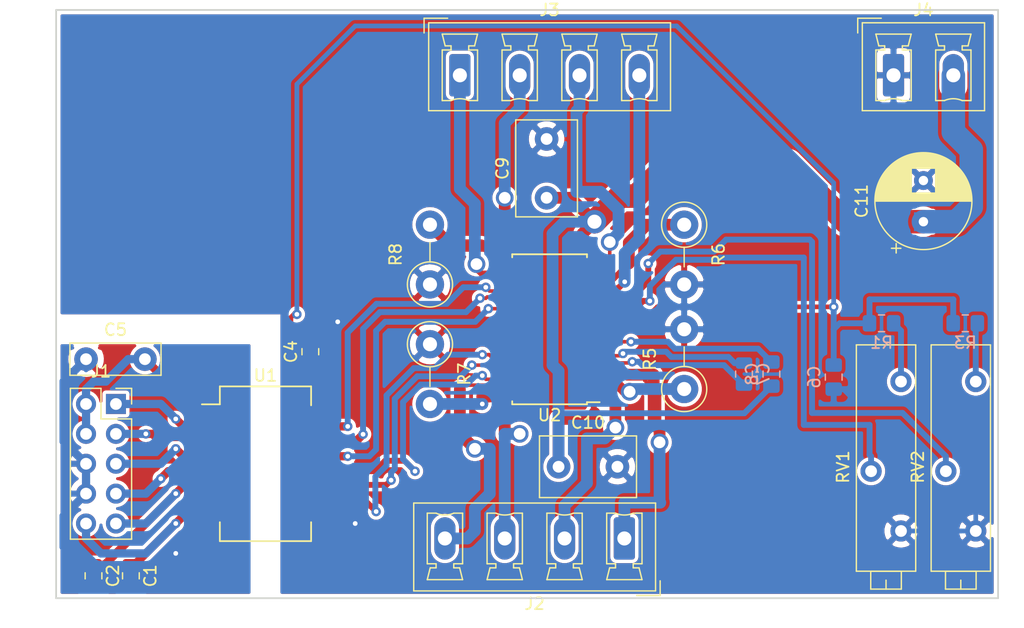
<source format=kicad_pcb>
(kicad_pcb (version 20171130) (host pcbnew 5.1.0-060a0da~80~ubuntu16.04.1)
  (layers (0 F.Cu signal) (31 B.Cu signal hide) (34 B.Paste user) (35 F.Paste user) (36 B.SilkS user) (37 F.SilkS user) (38 B.Mask user) (39 F.Mask user) (44 Edge.Cuts user))
  (net 0 "")
  (net 1 "Net-(R1-Pad2)")
  (net 2 "Net-(U2-Pad44)")
  (net 3 "Net-(U2-Pad41)")
  (net 4 "Net-(U2-Pad40)")
  (net 5 "Net-(U2-Pad32)")
  (net 6 "Net-(U2-Pad29)")
  (net 7 "Net-(U2-Pad28)")
  (net 8 "Net-(U2-Pad19)")
  (net 9 "Net-(U2-Pad6)")
  (net 10 /GND2)
  (net 11 /VDD2)
  (net 12 /Uebernahme)
  (net 13 /Data)
  (net 14 /Clock)
  (net 15 /Sleep)
  (net 16 /Reset)
  (net 17 /ChipSelect)
  (net 18 /MB1)
  (net 19 /MB2)
  (net 20 /MA2)
  (net 21 /MA1)
  (net 22 /MD2)
  (net 23 /MD1)
  (net 24 /MC2)
  (net 25 /MC1)
  (net 26 "Net-(C4-Pad1)")
  (net 27 GND)
  (net 28 "Net-(C7-Pad2)")
  (net 29 "Net-(C7-Pad1)")
  (net 30 "Net-(C8-Pad1)")
  (net 31 "Net-(R3-Pad2)")
  (net 32 "Net-(R5-Pad1)")
  (net 33 "Net-(R6-Pad1)")
  (net 34 "Net-(R7-Pad2)")
  (net 35 "Net-(R8-Pad2)")
  (net 36 /Sleep2)
  (net 37 /Reset2)
  (net 38 /ChipSelect2)
  (net 39 /Clock2)
  (net 40 /Data2)
  (net 41 /Uebernahme2)
  (net 42 /Power)
  (net 43 "Net-(RV1-Pad2)")
  (net 44 "Net-(RV2-Pad2)")
  (module Capacitor_SMD:C_0805_2012Metric (layer B.Cu) (at 113.42 75.95 90)
    (fp_text reference C7 (at 0 1.65 90) (layer B.SilkS) (effects (justify mirror)))
    (fp_text value 10nF)
    (pad 2 smd roundrect (at 0.9375 0 90) (size 0.975 1.4) (layers B.Cu B.Paste B.Mask) (net 28 "Net-(C7-Pad2)"))
    (pad 1 smd roundrect (at -0.9375 0 90) (size 0.975 1.4) (layers B.Cu B.Paste B.Mask) (net 29 "Net-(C7-Pad1)"))
  )
  (module Package_SO:TSSOP-48_6.1x12.5mm_P0.5mm (layer F.Cu) (at 96.91 72.14 180)
    (fp_text reference U2 (at 0 -7.3 180) (layer F.SilkS))
    (fp_text value DRV8823)
    (pad 48 smd rect (at 3.75 -5.75 180) (size 1 0.285) (layers F.Cu F.Paste F.Mask) (net 19 /MB2))
    (pad 47 smd rect (at 3.75 -5.25 180) (size 1 0.285) (layers F.Cu F.Paste F.Mask) (net 34 "Net-(R7-Pad2)"))
    (pad 46 smd rect (at 3.75 -4.75 180) (size 1 0.285) (layers F.Cu F.Paste F.Mask) (net 18 /MB1))
    (pad 45 smd rect (at 3.75 -4.25 180) (size 1 0.285) (layers F.Cu F.Paste F.Mask) (net 17 /ChipSelect))
    (pad 44 smd rect (at 3.75 -3.75 180) (size 1 0.285) (layers F.Cu F.Paste F.Mask) (net 2 "Net-(U2-Pad44)"))
    (pad 43 smd rect (at 3.75 -3.25 180) (size 1 0.285) (layers F.Cu F.Paste F.Mask) (net 16 /Reset))
    (pad 42 smd rect (at 3.75 -2.75 180) (size 1 0.285) (layers F.Cu F.Paste F.Mask) (net 15 /Sleep))
    (pad 41 smd rect (at 3.75 -2.25 180) (size 1 0.285) (layers F.Cu F.Paste F.Mask) (net 3 "Net-(U2-Pad41)"))
    (pad 40 smd rect (at 3.75 -1.75 180) (size 1 0.285) (layers F.Cu F.Paste F.Mask) (net 4 "Net-(U2-Pad40)"))
    (pad 39 smd rect (at 3.75 -1.25 180) (size 1 0.285) (layers F.Cu F.Paste F.Mask) (net 27 GND))
    (pad 38 smd rect (at 3.75 -0.75 180) (size 1 0.285) (layers F.Cu F.Paste F.Mask) (net 27 GND))
    (pad 37 smd rect (at 3.75 -0.25 180) (size 1 0.285) (layers F.Cu F.Paste F.Mask) (net 27 GND))
    (pad 36 smd rect (at 3.75 0.25 180) (size 1 0.285) (layers F.Cu F.Paste F.Mask) (net 27 GND))
    (pad 35 smd rect (at 3.75 0.75 180) (size 1 0.285) (layers F.Cu F.Paste F.Mask) (net 27 GND))
    (pad 34 smd rect (at 3.75 1.25 180) (size 1 0.285) (layers F.Cu F.Paste F.Mask) (net 27 GND))
    (pad 33 smd rect (at 3.75 1.75 180) (size 1 0.285) (layers F.Cu F.Paste F.Mask) (net 14 /Clock))
    (pad 32 smd rect (at 3.75 2.25 180) (size 1 0.285) (layers F.Cu F.Paste F.Mask) (net 5 "Net-(U2-Pad32)"))
    (pad 31 smd rect (at 3.75 2.75 180) (size 1 0.285) (layers F.Cu F.Paste F.Mask) (net 13 /Data))
    (pad 30 smd rect (at 3.75 3.25 180) (size 1 0.285) (layers F.Cu F.Paste F.Mask) (net 12 /Uebernahme))
    (pad 29 smd rect (at 3.75 3.75 180) (size 1 0.285) (layers F.Cu F.Paste F.Mask) (net 6 "Net-(U2-Pad29)"))
    (pad 28 smd rect (at 3.75 4.25 180) (size 1 0.285) (layers F.Cu F.Paste F.Mask) (net 7 "Net-(U2-Pad28)"))
    (pad 27 smd rect (at 3.75 4.75 180) (size 1 0.285) (layers F.Cu F.Paste F.Mask) (net 25 /MC1))
    (pad 26 smd rect (at 3.75 5.25 180) (size 1 0.285) (layers F.Cu F.Paste F.Mask) (net 35 "Net-(R8-Pad2)"))
    (pad 25 smd rect (at 3.75 5.75 180) (size 1 0.285) (layers F.Cu F.Paste F.Mask) (net 24 /MC2))
    (pad 24 smd rect (at -3.75 5.75 180) (size 1 0.285) (layers F.Cu F.Paste F.Mask) (net 42 /Power))
    (pad 23 smd rect (at -3.75 5.25 180) (size 1 0.285) (layers F.Cu F.Paste F.Mask) (net 42 /Power))
    (pad 22 smd rect (at -3.75 4.75 180) (size 1 0.285) (layers F.Cu F.Paste F.Mask) (net 23 /MD1))
    (pad 21 smd rect (at -3.75 4.25 180) (size 1 0.285) (layers F.Cu F.Paste F.Mask) (net 33 "Net-(R6-Pad1)"))
    (pad 20 smd rect (at -3.75 3.75 180) (size 1 0.285) (layers F.Cu F.Paste F.Mask) (net 22 /MD2))
    (pad 19 smd rect (at -3.75 3.25 180) (size 1 0.285) (layers F.Cu F.Paste F.Mask) (net 8 "Net-(U2-Pad19)"))
    (pad 18 smd rect (at -3.75 2.75 180) (size 1 0.285) (layers F.Cu F.Paste F.Mask) (net 44 "Net-(RV2-Pad2)"))
    (pad 17 smd rect (at -3.75 2.25 180) (size 1 0.285) (layers F.Cu F.Paste F.Mask) (net 43 "Net-(RV1-Pad2)"))
    (pad 16 smd rect (at -3.75 1.75 180) (size 1 0.285) (layers F.Cu F.Paste F.Mask) (net 26 "Net-(C4-Pad1)"))
    (pad 15 smd rect (at -3.75 1.25 180) (size 1 0.285) (layers F.Cu F.Paste F.Mask) (net 27 GND))
    (pad 14 smd rect (at -3.75 0.75 180) (size 1 0.285) (layers F.Cu F.Paste F.Mask) (net 27 GND))
    (pad 13 smd rect (at -3.75 0.25 180) (size 1 0.285) (layers F.Cu F.Paste F.Mask) (net 27 GND))
    (pad 12 smd rect (at -3.75 -0.25 180) (size 1 0.285) (layers F.Cu F.Paste F.Mask) (net 27 GND))
    (pad 11 smd rect (at -3.75 -0.75 180) (size 1 0.285) (layers F.Cu F.Paste F.Mask) (net 27 GND))
    (pad 10 smd rect (at -3.75 -1.25 180) (size 1 0.285) (layers F.Cu F.Paste F.Mask) (net 27 GND))
    (pad 9 smd rect (at -3.75 -1.75 180) (size 1 0.285) (layers F.Cu F.Paste F.Mask) (net 30 "Net-(C8-Pad1)"))
    (pad 8 smd rect (at -3.75 -2.25 180) (size 1 0.285) (layers F.Cu F.Paste F.Mask) (net 28 "Net-(C7-Pad2)"))
    (pad 7 smd rect (at -3.75 -2.75 180) (size 1 0.285) (layers F.Cu F.Paste F.Mask) (net 29 "Net-(C7-Pad1)"))
    (pad 6 smd rect (at -3.75 -3.25 180) (size 1 0.285) (layers F.Cu F.Paste F.Mask) (net 9 "Net-(U2-Pad6)"))
    (pad 5 smd rect (at -3.75 -3.75 180) (size 1 0.285) (layers F.Cu F.Paste F.Mask) (net 21 /MA1))
    (pad 4 smd rect (at -3.75 -4.25 180) (size 1 0.285) (layers F.Cu F.Paste F.Mask) (net 32 "Net-(R5-Pad1)"))
    (pad 3 smd rect (at -3.75 -4.75 180) (size 1 0.285) (layers F.Cu F.Paste F.Mask) (net 20 /MA2))
    (pad 2 smd rect (at -3.75 -5.25 180) (size 1 0.285) (layers F.Cu F.Paste F.Mask) (net 42 /Power))
    (pad 1 smd rect (at -3.75 -5.75 180) (size 1 0.285) (layers F.Cu F.Paste F.Mask) (net 42 /Power))
  )
  (module Package_SO:SOIC-16W_7.5x12.8mm_P1.27mm (layer F.Cu) (at 72.78 83.57)
    (fp_text reference U1 (at 0 -7.5) (layer F.SilkS))
    (fp_text value ADuM260N)
    (pad 16 smd rect (at 4.65 -4.445) (size 1.5 0.6) (layers F.Cu F.Paste F.Mask) (net 26 "Net-(C4-Pad1)"))
    (pad 15 smd rect (at 4.65 -3.175) (size 1.5 0.6) (layers F.Cu F.Paste F.Mask) (net 12 /Uebernahme))
    (pad 14 smd rect (at 4.65 -1.905) (size 1.5 0.6) (layers F.Cu F.Paste F.Mask) (net 13 /Data))
    (pad 13 smd rect (at 4.65 -0.635) (size 1.5 0.6) (layers F.Cu F.Paste F.Mask) (net 14 /Clock))
    (pad 12 smd rect (at 4.65 0.635) (size 1.5 0.6) (layers F.Cu F.Paste F.Mask) (net 17 /ChipSelect))
    (pad 11 smd rect (at 4.65 1.905) (size 1.5 0.6) (layers F.Cu F.Paste F.Mask) (net 16 /Reset))
    (pad 10 smd rect (at 4.65 3.175) (size 1.5 0.6) (layers F.Cu F.Paste F.Mask) (net 15 /Sleep))
    (pad 9 smd rect (at 4.65 4.445) (size 1.5 0.6) (layers F.Cu F.Paste F.Mask) (net 27 GND))
    (pad 8 smd rect (at -4.65 4.445) (size 1.5 0.6) (layers F.Cu F.Paste F.Mask) (net 10 /GND2))
    (pad 7 smd rect (at -4.65 3.175) (size 1.5 0.6) (layers F.Cu F.Paste F.Mask) (net 36 /Sleep2))
    (pad 6 smd rect (at -4.65 1.905) (size 1.5 0.6) (layers F.Cu F.Paste F.Mask) (net 37 /Reset2))
    (pad 5 smd rect (at -4.65 0.635) (size 1.5 0.6) (layers F.Cu F.Paste F.Mask) (net 38 /ChipSelect2))
    (pad 4 smd rect (at -4.65 -0.635) (size 1.5 0.6) (layers F.Cu F.Paste F.Mask) (net 39 /Clock2))
    (pad 3 smd rect (at -4.65 -1.905) (size 1.5 0.6) (layers F.Cu F.Paste F.Mask) (net 40 /Data2))
    (pad 2 smd rect (at -4.65 -3.175) (size 1.5 0.6) (layers F.Cu F.Paste F.Mask) (net 41 /Uebernahme2))
    (pad 1 smd rect (at -4.65 -4.445) (size 1.5 0.6) (layers F.Cu F.Paste F.Mask) (net 11 /VDD2))
  )
  (module Potentiometer_THT:Potentiometer_Vishay_43_Horizontal (layer F.Cu) (at 133.105 76.585 90)
    (fp_text reference RV2 (at -7.26 -4.92 90) (layer F.SilkS))
    (fp_text value R_POT_TRIM)
    (pad 3 thru_hole circle (at -12.7 0 90) (size 1.8 1.8) (drill 1) (layers *.Cu *.Mask) (net 27 GND))
    (pad 2 thru_hole circle (at -7.62 -2.54 90) (size 1.8 1.8) (drill 1) (layers *.Cu *.Mask) (net 44 "Net-(RV2-Pad2)"))
    (pad 1 thru_hole circle (at 0 0 90) (size 1.8 1.8) (drill 1) (layers *.Cu *.Mask) (net 31 "Net-(R3-Pad2)"))
  )
  (module Potentiometer_THT:Potentiometer_Vishay_43_Horizontal (layer F.Cu) (at 126.755 76.585 90)
    (fp_text reference RV1 (at -7.26 -4.92 90) (layer F.SilkS))
    (fp_text value R_POT_TRIM)
    (pad 3 thru_hole circle (at -12.7 0 90) (size 1.8 1.8) (drill 1) (layers *.Cu *.Mask) (net 27 GND))
    (pad 2 thru_hole circle (at -7.62 -2.54 90) (size 1.8 1.8) (drill 1) (layers *.Cu *.Mask) (net 43 "Net-(RV1-Pad2)"))
    (pad 1 thru_hole circle (at 0 0 90) (size 1.8 1.8) (drill 1) (layers *.Cu *.Mask) (net 1 "Net-(R1-Pad2)"))
  )
  (module Resistor_THT:R_Axial_DIN0411_L9.9mm_D3.6mm_P5.08mm_Vertical (layer F.Cu) (at 86.75 68.33 90)
    (fp_text reference R8 (at 2.54 -2.92 90) (layer F.SilkS))
    (fp_text value 0R5)
    (pad 2 thru_hole oval (at 5.08 0 90) (size 2.4 2.4) (drill 1.2) (layers *.Cu *.Mask) (net 35 "Net-(R8-Pad2)"))
    (pad 1 thru_hole circle (at 0 0 90) (size 2.4 2.4) (drill 1.2) (layers *.Cu *.Mask) (net 27 GND))
  )
  (module Resistor_THT:R_Axial_DIN0411_L9.9mm_D3.6mm_P5.08mm_Vertical (layer F.Cu) (at 86.75 73.41 270)
    (fp_text reference R7 (at 2.54 -2.92 270) (layer F.SilkS))
    (fp_text value 0R5)
    (pad 2 thru_hole oval (at 5.08 0 270) (size 2.4 2.4) (drill 1.2) (layers *.Cu *.Mask) (net 34 "Net-(R7-Pad2)"))
    (pad 1 thru_hole circle (at 0 0 270) (size 2.4 2.4) (drill 1.2) (layers *.Cu *.Mask) (net 27 GND))
  )
  (module Resistor_THT:R_Axial_DIN0411_L9.9mm_D3.6mm_P5.08mm_Vertical (layer F.Cu) (at 108.34 63.25 270)
    (fp_text reference R6 (at 2.54 -2.92 270) (layer F.SilkS))
    (fp_text value 0R5)
    (pad 2 thru_hole oval (at 5.08 0 270) (size 2.4 2.4) (drill 1.2) (layers *.Cu *.Mask) (net 27 GND))
    (pad 1 thru_hole circle (at 0 0 270) (size 2.4 2.4) (drill 1.2) (layers *.Cu *.Mask) (net 33 "Net-(R6-Pad1)"))
  )
  (module Resistor_THT:R_Axial_DIN0411_L9.9mm_D3.6mm_P5.08mm_Vertical (layer F.Cu) (at 108.34 77.22 90)
    (fp_text reference R5 (at 2.54 -2.92 90) (layer F.SilkS))
    (fp_text value 0R5)
    (pad 2 thru_hole oval (at 5.08 0 90) (size 2.4 2.4) (drill 1.2) (layers *.Cu *.Mask) (net 27 GND))
    (pad 1 thru_hole circle (at 0 0 90) (size 2.4 2.4) (drill 1.2) (layers *.Cu *.Mask) (net 32 "Net-(R5-Pad1)"))
  )
  (module Resistor_SMD:R_0805_2012Metric_Pad1.15x1.40mm_HandSolder (layer B.Cu) (at 132.216 71.632)
    (fp_text reference R3 (at 0 1.65) (layer B.SilkS) (effects (justify mirror)))
    (fp_text value R)
    (pad 2 smd roundrect (at 1.025 0) (size 1.15 1.4) (layers B.Cu B.Paste B.Mask) (roundrect_rratio 0.217391) (net 31 "Net-(R3-Pad2)"))
    (pad 1 smd roundrect (at -1.025 0) (size 1.15 1.4) (layers B.Cu B.Paste B.Mask) (roundrect_rratio 0.217391) (net 26 "Net-(C4-Pad1)"))
  )
  (module Resistor_SMD:R_0805_2012Metric_Pad1.15x1.40mm_HandSolder (layer B.Cu) (at 125.104 71.632)
    (fp_text reference R1 (at 0 1.65) (layer B.SilkS) (effects (justify mirror)))
    (fp_text value R)
    (pad 2 smd roundrect (at 1.025 0) (size 1.15 1.4) (layers B.Cu B.Paste B.Mask) (roundrect_rratio 0.217391) (net 1 "Net-(R1-Pad2)"))
    (pad 1 smd roundrect (at -1.025 0) (size 1.15 1.4) (layers B.Cu B.Paste B.Mask) (roundrect_rratio 0.217391) (net 26 "Net-(C4-Pad1)"))
  )
  (module Connector_Phoenix_MC_HighVoltage:PhoenixContact_MCV_1,5_2-G-5.08_1x02_P5.08mm_Vertical (layer F.Cu) (at 126.12 50.55)
    (fp_text reference J4 (at 2.54 -5.55) (layer F.SilkS))
    (fp_text value Screw_Terminal_01x02)
    (pad 2 thru_hole oval (at 5.08 0) (size 1.8 3.6) (drill 1.2) (layers *.Cu *.Mask) (net 42 /Power))
    (pad 1 thru_hole roundrect (at 0 0) (size 1.8 3.6) (drill 1.2) (layers *.Cu *.Mask) (roundrect_rratio 0.138889) (net 27 GND))
  )
  (module Connector_Phoenix_MC_HighVoltage:PhoenixContact_MCV_1,5_4-G-5.08_1x04_P5.08mm_Vertical (layer F.Cu) (at 89.29 50.55)
    (fp_text reference J3 (at 7.62 -5.55) (layer F.SilkS))
    (fp_text value Screw_Terminal_01x04)
    (pad 4 thru_hole oval (at 15.24 0) (size 1.8 3.6) (drill 1.2) (layers *.Cu *.Mask) (net 22 /MD2))
    (pad 3 thru_hole oval (at 10.16 0) (size 1.8 3.6) (drill 1.2) (layers *.Cu *.Mask) (net 23 /MD1))
    (pad 2 thru_hole oval (at 5.08 0) (size 1.8 3.6) (drill 1.2) (layers *.Cu *.Mask) (net 24 /MC2))
    (pad 1 thru_hole roundrect (at 0 0) (size 1.8 3.6) (drill 1.2) (layers *.Cu *.Mask) (roundrect_rratio 0.138889) (net 25 /MC1))
  )
  (module Connector_Phoenix_MC_HighVoltage:PhoenixContact_MCV_1,5_4-G-5.08_1x04_P5.08mm_Vertical (layer F.Cu) (at 103.26 89.92 180)
    (fp_text reference J2 (at 7.62 -5.55 180) (layer F.SilkS))
    (fp_text value Screw_Terminal_01x04)
    (pad 4 thru_hole oval (at 15.24 0 180) (size 1.8 3.6) (drill 1.2) (layers *.Cu *.Mask) (net 18 /MB1))
    (pad 3 thru_hole oval (at 10.16 0 180) (size 1.8 3.6) (drill 1.2) (layers *.Cu *.Mask) (net 19 /MB2))
    (pad 2 thru_hole oval (at 5.08 0 180) (size 1.8 3.6) (drill 1.2) (layers *.Cu *.Mask) (net 20 /MA2))
    (pad 1 thru_hole roundrect (at 0 0 180) (size 1.8 3.6) (drill 1.2) (layers *.Cu *.Mask) (roundrect_rratio 0.138889) (net 21 /MA1))
  )
  (module Connector_PinSocket_2.54mm:PinSocket_2x05_P2.54mm_Vertical (layer F.Cu) (at 60.08 78.49)
    (fp_text reference J1 (at -1.27 -2.77) (layer F.SilkS))
    (fp_text value Conn_02x05_Odd_Even)
    (pad 10 thru_hole oval (at -2.54 10.16) (size 1.7 1.7) (drill 1) (layers *.Cu *.Mask) (net 36 /Sleep2))
    (pad 9 thru_hole oval (at 0 10.16) (size 1.7 1.7) (drill 1) (layers *.Cu *.Mask) (net 37 /Reset2))
    (pad 8 thru_hole oval (at -2.54 7.62) (size 1.7 1.7) (drill 1) (layers *.Cu *.Mask) (net 10 /GND2))
    (pad 7 thru_hole oval (at 0 7.62) (size 1.7 1.7) (drill 1) (layers *.Cu *.Mask) (net 38 /ChipSelect2))
    (pad 6 thru_hole oval (at -2.54 5.08) (size 1.7 1.7) (drill 1) (layers *.Cu *.Mask) (net 10 /GND2))
    (pad 5 thru_hole oval (at 0 5.08) (size 1.7 1.7) (drill 1) (layers *.Cu *.Mask) (net 39 /Clock2))
    (pad 4 thru_hole oval (at -2.54 2.54) (size 1.7 1.7) (drill 1) (layers *.Cu *.Mask) (net 11 /VDD2))
    (pad 3 thru_hole oval (at 0 2.54) (size 1.7 1.7) (drill 1) (layers *.Cu *.Mask) (net 40 /Data2))
    (pad 2 thru_hole oval (at -2.54 0) (size 1.7 1.7) (drill 1) (layers *.Cu *.Mask) (net 11 /VDD2))
    (pad 1 thru_hole rect (at 0 0) (size 1.7 1.7) (drill 1) (layers *.Cu *.Mask) (net 41 /Uebernahme2))
  )
  (module Capacitor_THT:CP_Radial_D8.0mm_P3.50mm (layer F.Cu) (at 128.66 62.996 90)
    (fp_text reference C11 (at 1.75 -5.25 90) (layer F.SilkS))
    (fp_text value 100uF)
    (pad 2 thru_hole circle (at 3.5 0 90) (size 1.6 1.6) (drill 0.8) (layers *.Cu *.Mask) (net 27 GND))
    (pad 1 thru_hole rect (at 0 0 90) (size 1.6 1.6) (drill 0.8) (layers *.Cu *.Mask) (net 42 /Power))
  )
  (module Capacitor_THT:C_Disc_D8.0mm_W5.0mm_P5.00mm (layer F.Cu) (at 97.672 83.824)
    (fp_text reference C10 (at 2.5 -3.75) (layer F.SilkS))
    (fp_text value 100nF)
    (pad 2 thru_hole circle (at 5 0) (size 2 2) (drill 1) (layers *.Cu *.Mask) (net 27 GND))
    (pad 1 thru_hole circle (at 0 0) (size 2 2) (drill 1) (layers *.Cu *.Mask) (net 42 /Power))
  )
  (module Capacitor_THT:C_Disc_D8.0mm_W5.0mm_P5.00mm (layer F.Cu) (at 96.656 60.964 90)
    (fp_text reference C9 (at 2.5 -3.75 90) (layer F.SilkS))
    (fp_text value 100nF)
    (pad 2 thru_hole circle (at 5 0 90) (size 2 2) (drill 1) (layers *.Cu *.Mask) (net 27 GND))
    (pad 1 thru_hole circle (at 0 0 90) (size 2 2) (drill 1) (layers *.Cu *.Mask) (net 42 /Power))
  )
  (module Capacitor_SMD:C_0805_2012Metric_Pad1.15x1.40mm_HandSolder (layer B.Cu) (at 115.75 75.95 270)
    (fp_text reference C8 (at 0 1.65 270) (layer B.SilkS) (effects (justify mirror)))
    (fp_text value 100nf)
    (pad 2 smd roundrect (at 1.025 0 270) (size 1.15 1.4) (layers B.Cu B.Paste B.Mask) (roundrect_rratio 0.217391) (net 42 /Power))
    (pad 1 smd roundrect (at -1.025 0 270) (size 1.15 1.4) (layers B.Cu B.Paste B.Mask) (roundrect_rratio 0.217391) (net 30 "Net-(C8-Pad1)"))
  )
  (module Capacitor_SMD:C_0805_2012Metric_Pad1.15x1.40mm_HandSolder (layer B.Cu) (at 121.04 76.204 270)
    (fp_text reference C6 (at 0 1.65 270) (layer B.SilkS) (effects (justify mirror)))
    (fp_text value 100nF)
    (pad 2 smd roundrect (at 1.025 0 270) (size 1.15 1.4) (layers B.Cu B.Paste B.Mask) (roundrect_rratio 0.217391) (net 27 GND))
    (pad 1 smd roundrect (at -1.025 0 270) (size 1.15 1.4) (layers B.Cu B.Paste B.Mask) (roundrect_rratio 0.217391) (net 26 "Net-(C4-Pad1)"))
  )
  (module Capacitor_THT:C_Disc_D7.5mm_W2.5mm_P5.00mm (layer F.Cu) (at 57.54 74.68)
    (fp_text reference C5 (at 2.5 -2.5) (layer F.SilkS))
    (fp_text value 100nF)
    (pad 2 thru_hole circle (at 5 0) (size 2 2) (drill 1) (layers *.Cu *.Mask) (net 11 /VDD2))
    (pad 1 thru_hole circle (at 0 0) (size 2 2) (drill 1) (layers *.Cu *.Mask) (net 10 /GND2))
  )
  (module Capacitor_SMD:C_0805_2012Metric_Pad1.15x1.40mm_HandSolder (layer F.Cu) (at 76.59 74.045 90)
    (fp_text reference C4 (at 0 -1.65 90) (layer F.SilkS))
    (fp_text value 100nF)
    (pad 2 smd roundrect (at 1.025 0 90) (size 1.15 1.4) (layers F.Cu F.Paste F.Mask) (roundrect_rratio 0.217391) (net 27 GND))
    (pad 1 smd roundrect (at -1.025 0 90) (size 1.15 1.4) (layers F.Cu F.Paste F.Mask) (roundrect_rratio 0.217391) (net 26 "Net-(C4-Pad1)"))
  )
  (module Capacitor_SMD:C_0805_2012Metric (layer F.Cu) (at 58.175 93.095 270)
    (fp_text reference C2 (at 0 -1.65 270) (layer F.SilkS))
    (fp_text value 1nF)
    (pad 2 smd roundrect (at 0.9375 0 270) (size 0.975 1.4) (layers F.Cu F.Paste F.Mask) (net 10 /GND2))
    (pad 1 smd roundrect (at -0.9375 0 270) (size 0.975 1.4) (layers F.Cu F.Paste F.Mask) (net 37 /Reset2))
  )
  (module Capacitor_SMD:C_0805_2012Metric (layer F.Cu) (at 61.35 93.095 270)
    (fp_text reference C1 (at 0 -1.65 270) (layer F.SilkS))
    (fp_text value 1nF)
    (pad 2 smd roundrect (at 0.9375 0 270) (size 0.975 1.4) (layers F.Cu F.Paste F.Mask) (net 10 /GND2))
    (pad 1 smd roundrect (at -0.9375 0 270) (size 0.975 1.4) (layers F.Cu F.Paste F.Mask) (net 36 /Sleep2))
  )
  (gr_line (start 55 95) (end 55 45) (layer Edge.Cuts) (width 0.15))
  (gr_line (start 135 95) (end 55 95) (layer Edge.Cuts) (width 0.15))
  (gr_line (start 135 45) (end 135 95) (layer Edge.Cuts) (width 0.15))
  (gr_line (start 55 45) (end 135 45) (layer Edge.Cuts) (width 0.15))
  (segment (start 126.755 72.258) (end 126.129 71.632) (width 0.5) (layer B.Cu) (net 1))
  (segment (start 126.755 76.585) (end 126.755 72.258) (width 0.5) (layer B.Cu) (net 1))
  (segment (start 65.16 91.19) (end 65.16 91.19) (width 0.5) (layer B.Cu) (net 10))
  (via (at 65.16 91.19) (size 0.8) (drill 0.4) (layers F.Cu B.Cu) (net 10))
  (segment (start 57.5908 75.5436) (end 57.5908 75.5436) (width 0.4) (layer F.Cu) (net 10))
  (segment (start 57.54 75.5944) (end 57.5908 75.5436) (width 0.4) (layer B.Cu) (net 10))
  (segment (start 65.16 91.19) (end 63.89 92.46) (width 0.7) (layer B.Cu) (net 10))
  (segment (start 63.89 92.46) (end 57.479998 92.46) (width 0.7) (layer B.Cu) (net 10))
  (segment (start 57.54 86.11) (end 57.54 83.57) (width 0.7) (layer B.Cu) (net 10))
  (segment (start 55.635 76.585) (end 57.54 74.68) (width 0.7) (layer B.Cu) (net 10))
  (segment (start 55.635 81.665) (end 55.635 76.585) (width 0.7) (layer B.Cu) (net 10))
  (segment (start 57.54 83.57) (end 55.635 81.665) (width 0.7) (layer B.Cu) (net 10))
  (segment (start 57.54 86.11) (end 55.635 88.015) (width 0.7) (layer B.Cu) (net 10))
  (segment (start 55.635 90.615002) (end 57.479998 92.46) (width 0.7) (layer B.Cu) (net 10))
  (segment (start 55.635 88.015) (end 55.635 90.615002) (width 0.7) (layer B.Cu) (net 10))
  (segment (start 62.3175 94.0325) (end 65.16 91.19) (width 0.7) (layer F.Cu) (net 10))
  (segment (start 58.175 94.0325) (end 62.3175 94.0325) (width 0.7) (layer F.Cu) (net 10))
  (segment (start 68.13 88.22) (end 65.16 91.19) (width 0.7) (layer F.Cu) (net 10))
  (segment (start 68.13 88.015) (end 68.13 88.22) (width 0.7) (layer F.Cu) (net 10))
  (segment (start 68.13 79.125) (end 66.98 79.125) (width 0.4) (layer F.Cu) (net 11))
  (segment (start 63.539999 75.679999) (end 62.54 74.68) (width 0.7) (layer F.Cu) (net 11))
  (segment (start 66.985 79.125) (end 63.539999 75.679999) (width 0.7) (layer F.Cu) (net 11))
  (segment (start 68.13 79.125) (end 66.985 79.125) (width 0.7) (layer F.Cu) (net 11))
  (segment (start 61.125787 74.68) (end 59.220787 76.585) (width 0.7) (layer B.Cu) (net 11))
  (segment (start 62.54 74.68) (end 61.125787 74.68) (width 0.7) (layer B.Cu) (net 11))
  (segment (start 59.220787 76.585) (end 58.175 76.585) (width 0.7) (layer B.Cu) (net 11))
  (segment (start 57.54 77.22) (end 57.54 78.49) (width 0.7) (layer B.Cu) (net 11))
  (segment (start 58.175 76.585) (end 57.54 77.22) (width 0.7) (layer B.Cu) (net 11))
  (segment (start 57.54 78.49) (end 57.54 81.03) (width 0.7) (layer B.Cu) (net 11))
  (segment (start 93.16 68.89) (end 92.19 68.89) (width 0.3) (layer F.Cu) (net 12))
  (segment (start 91.5 68.5) (end 91.5 68.5) (width 0.3) (layer F.Cu) (net 12))
  (segment (start 79.765 80.395) (end 79.765 80.395) (width 0.3) (layer F.Cu) (net 12))
  (via (at 79.765 80.395) (size 0.8) (drill 0.4) (layers F.Cu B.Cu) (net 12))
  (segment (start 77.43 80.395) (end 79.765 80.395) (width 0.7) (layer F.Cu) (net 12))
  (segment (start 79.765 72.420035) (end 82.205034 69.980001) (width 0.5) (layer B.Cu) (net 12))
  (segment (start 89.58305 68.57201) (end 90.926767 68.57201) (width 0.5) (layer B.Cu) (net 12))
  (segment (start 88.175059 69.980001) (end 89.58305 68.57201) (width 0.5) (layer B.Cu) (net 12))
  (segment (start 90.926767 68.57201) (end 91.492452 68.57201) (width 0.5) (layer B.Cu) (net 12))
  (segment (start 91.810442 68.89) (end 91.492452 68.57201) (width 0.3) (layer F.Cu) (net 12))
  (segment (start 82.205034 69.980001) (end 88.175059 69.980001) (width 0.5) (layer B.Cu) (net 12))
  (segment (start 93.16 68.89) (end 91.810442 68.89) (width 0.3) (layer F.Cu) (net 12))
  (segment (start 79.765 80.395) (end 79.765 72.420035) (width 0.5) (layer B.Cu) (net 12))
  (via (at 91.492452 68.57201) (size 0.8) (drill 0.4) (layers F.Cu B.Cu) (net 12))
  (segment (start 93.16 69.39) (end 91.61 69.39) (width 0.3) (layer F.Cu) (net 13))
  (segment (start 91.61 69.39) (end 91.5 69.5) (width 0.3) (layer F.Cu) (net 13))
  (segment (start 91.5 69.5) (end 91.25 69.5) (width 0.3) (layer F.Cu) (net 13))
  (segment (start 91.25 69.5) (end 91 69.5) (width 0.3) (layer F.Cu) (net 13))
  (segment (start 91 69.5) (end 91 69.5) (width 0.3) (layer F.Cu) (net 13))
  (via (at 91 69.5) (size 0.8) (drill 0.4) (layers F.Cu B.Cu) (net 13))
  (via (at 81.068952 81.063952) (size 0.8) (drill 0.4) (layers F.Cu B.Cu) (net 13))
  (segment (start 80.668953 81.463951) (end 81.068952 81.063952) (width 0.7) (layer F.Cu) (net 13))
  (segment (start 91 69.5) (end 89.819988 70.680012) (width 0.5) (layer B.Cu) (net 13))
  (segment (start 80.467904 81.665) (end 80.668953 81.463951) (width 0.7) (layer F.Cu) (net 13))
  (segment (start 81.068952 80.498267) (end 81.068952 81.063952) (width 0.5) (layer B.Cu) (net 13))
  (segment (start 81.068952 72.106048) (end 81.068952 80.498267) (width 0.5) (layer B.Cu) (net 13))
  (segment (start 82.494988 70.680012) (end 81.068952 72.106048) (width 0.5) (layer B.Cu) (net 13))
  (segment (start 77.43 81.665) (end 80.467904 81.665) (width 0.7) (layer F.Cu) (net 13))
  (segment (start 89.819988 70.680012) (end 82.494988 70.680012) (width 0.5) (layer B.Cu) (net 13))
  (segment (start 93.16 70.39) (end 92.01 70.39) (width 0.3) (layer F.Cu) (net 14))
  (segment (start 92.01 70.39) (end 91.71 70.39) (width 0.3) (layer F.Cu) (net 14))
  (segment (start 91.71 70.39) (end 91.71 70.39) (width 0.3) (layer F.Cu) (net 14))
  (segment (start 91.71 70.39) (end 91.71 70.39) (width 0.3) (layer F.Cu) (net 14))
  (via (at 91.71 70.39) (size 0.8) (drill 0.4) (layers F.Cu B.Cu) (net 14))
  (segment (start 79.765 82.935) (end 79.765 82.935) (width 0.3) (layer F.Cu) (net 14))
  (via (at 79.765 82.935) (size 0.8) (drill 0.4) (layers F.Cu B.Cu) (net 14))
  (segment (start 77.43 82.935) (end 79.765 82.935) (width 0.7) (layer F.Cu) (net 14))
  (segment (start 90.595 71.505) (end 91.310001 70.789999) (width 0.5) (layer B.Cu) (net 14))
  (segment (start 82.174978 72.270022) (end 82.94 71.505) (width 0.5) (layer B.Cu) (net 14))
  (segment (start 91.310001 70.789999) (end 91.71 70.39) (width 0.5) (layer B.Cu) (net 14))
  (segment (start 82.94 71.505) (end 90.595 71.505) (width 0.5) (layer B.Cu) (net 14))
  (segment (start 82.174978 82.355094) (end 82.174978 72.270022) (width 0.5) (layer B.Cu) (net 14))
  (segment (start 79.765 82.935) (end 81.595071 82.935) (width 0.5) (layer B.Cu) (net 14))
  (segment (start 81.595071 82.935) (end 82.174978 82.355094) (width 0.5) (layer B.Cu) (net 14))
  (segment (start 81.035 86.745) (end 80.4 86.745) (width 0.3) (layer F.Cu) (net 15))
  (segment (start 81.035 86.745) (end 81.035 86.745) (width 0.3) (layer F.Cu) (net 15))
  (segment (start 77.43 86.745) (end 81.035 86.745) (width 0.7) (layer F.Cu) (net 15))
  (via (at 91.195 74.299) (size 0.8) (drill 0.4) (layers F.Cu B.Cu) (net 15))
  (segment (start 85.37909 75.438978) (end 83.063978 77.75409) (width 0.5) (layer B.Cu) (net 15))
  (segment (start 83.063978 83.723036) (end 82.112989 84.674024) (width 0.5) (layer B.Cu) (net 15))
  (segment (start 82.11299 87.56899) (end 82.178 87.634) (width 0.5) (layer B.Cu) (net 15))
  (segment (start 82.112989 84.674024) (end 82.11299 87.56899) (width 0.5) (layer B.Cu) (net 15))
  (segment (start 91.195 74.299) (end 88.303002 74.299) (width 0.5) (layer B.Cu) (net 15))
  (segment (start 87.163024 75.438978) (end 85.37909 75.438978) (width 0.5) (layer B.Cu) (net 15))
  (segment (start 83.063978 77.75409) (end 83.063978 83.723036) (width 0.5) (layer B.Cu) (net 15))
  (segment (start 88.303002 74.299) (end 87.163024 75.438978) (width 0.5) (layer B.Cu) (net 15))
  (via (at 82.178 87.634) (size 0.8) (drill 0.4) (layers F.Cu B.Cu) (net 15))
  (segment (start 81.289 86.745) (end 81.035 86.745) (width 0.5) (layer F.Cu) (net 15))
  (segment (start 82.178 87.634) (end 81.289 86.745) (width 0.5) (layer F.Cu) (net 15))
  (segment (start 91.760685 74.299) (end 91.195 74.299) (width 0.3) (layer F.Cu) (net 15))
  (segment (start 91.769 74.299) (end 91.760685 74.299) (width 0.3) (layer F.Cu) (net 15))
  (segment (start 92.36 74.89) (end 91.769 74.299) (width 0.3) (layer F.Cu) (net 15))
  (segment (start 93.16 74.89) (end 92.36 74.89) (width 0.3) (layer F.Cu) (net 15))
  (segment (start 79.765 85.475) (end 79.765 85.475) (width 0.3) (layer F.Cu) (net 16))
  (via (at 90.306 75.188) (size 0.8) (drill 0.4) (layers F.Cu B.Cu) (net 16))
  (segment (start 83.763989 78.044044) (end 85.669044 76.138989) (width 0.5) (layer B.Cu) (net 16))
  (segment (start 83.763989 84.012989) (end 83.763989 78.044044) (width 0.5) (layer B.Cu) (net 16))
  (segment (start 83.448 84.967) (end 83.448 84.967) (width 0.5) (layer B.Cu) (net 16))
  (segment (start 89.355011 76.138989) (end 90.306 75.188) (width 0.5) (layer B.Cu) (net 16))
  (segment (start 85.669044 76.138989) (end 89.355011 76.138989) (width 0.5) (layer B.Cu) (net 16))
  (via (at 83.448 84.967) (size 0.8) (drill 0.4) (layers F.Cu B.Cu) (net 16))
  (segment (start 83.448 84.328978) (end 83.448 84.967) (width 0.5) (layer B.Cu) (net 16))
  (segment (start 83.763989 84.012989) (end 83.448 84.328978) (width 0.5) (layer B.Cu) (net 16))
  (segment (start 79.619001 85.366999) (end 79.511 85.475) (width 0.5) (layer F.Cu) (net 16))
  (segment (start 83.048001 85.366999) (end 79.619001 85.366999) (width 0.5) (layer F.Cu) (net 16))
  (segment (start 83.448 84.967) (end 83.048001 85.366999) (width 0.5) (layer F.Cu) (net 16))
  (segment (start 79.511 85.475) (end 79.765 85.475) (width 0.7) (layer F.Cu) (net 16))
  (segment (start 77.43 85.475) (end 79.511 85.475) (width 0.7) (layer F.Cu) (net 16))
  (segment (start 91.778 75.39) (end 93.16 75.39) (width 0.3) (layer F.Cu) (net 16))
  (segment (start 91.576 75.188) (end 91.778 75.39) (width 0.3) (layer F.Cu) (net 16))
  (segment (start 90.306 75.188) (end 91.576 75.188) (width 0.3) (layer F.Cu) (net 16))
  (segment (start 81.035 84.205) (end 81.035 84.205) (width 0.3) (layer F.Cu) (net 17))
  (segment (start 77.43 84.205) (end 81.035 84.205) (width 0.7) (layer F.Cu) (net 17))
  (via (at 91.195 76.077) (size 0.8) (drill 0.4) (layers F.Cu B.Cu) (net 17))
  (segment (start 90.629315 76.077) (end 89.867315 76.839) (width 0.5) (layer B.Cu) (net 17))
  (segment (start 91.195 76.077) (end 90.629315 76.077) (width 0.5) (layer B.Cu) (net 17))
  (segment (start 85.958998 76.839) (end 84.464 78.333998) (width 0.5) (layer B.Cu) (net 17))
  (segment (start 89.867315 76.839) (end 85.958998 76.839) (width 0.5) (layer B.Cu) (net 17))
  (segment (start 84.464 78.333998) (end 84.464 83.189) (width 0.5) (layer B.Cu) (net 17))
  (segment (start 84.464 83.189) (end 85.48 84.205) (width 0.5) (layer B.Cu) (net 17))
  (segment (start 85.48 84.205) (end 85.48 84.205) (width 0.5) (layer B.Cu) (net 17))
  (via (at 85.48 84.205) (size 0.8) (drill 0.4) (layers F.Cu B.Cu) (net 17))
  (segment (start 81.035 84.205) (end 82.051 84.205) (width 0.5) (layer F.Cu) (net 17))
  (segment (start 82.051 84.205) (end 82.94 83.316) (width 0.5) (layer F.Cu) (net 17))
  (segment (start 84.591 83.316) (end 85.48 84.205) (width 0.5) (layer F.Cu) (net 17))
  (segment (start 82.94 83.316) (end 84.591 83.316) (width 0.5) (layer F.Cu) (net 17))
  (segment (start 91.508 76.39) (end 91.195 76.077) (width 0.3) (layer F.Cu) (net 17))
  (segment (start 93.16 76.39) (end 91.508 76.39) (width 0.3) (layer F.Cu) (net 17))
  (segment (start 89.92 89.92) (end 90.56 89.28) (width 1) (layer B.Cu) (net 18))
  (segment (start 88.02 89.92) (end 89.92 89.92) (width 1) (layer B.Cu) (net 18))
  (segment (start 90.56 89.28) (end 90.56 87.38) (width 1) (layer B.Cu) (net 18))
  (segment (start 90.56 87.38) (end 91.83 86.11) (width 1) (layer B.Cu) (net 18))
  (segment (start 91.83 86.11) (end 91.83 82.3) (width 1) (layer B.Cu) (net 18))
  (segment (start 91.83 82.3) (end 90.56 82.3) (width 1) (layer B.Cu) (net 18))
  (segment (start 90.56 82.3) (end 90.56 82.3) (width 1) (layer B.Cu) (net 18))
  (via (at 90.56 82.3) (size 1.5) (drill 1) (layers F.Cu B.Cu) (net 18))
  (segment (start 90.56 82.3) (end 89.29 81.03) (width 1) (layer F.Cu) (net 18))
  (segment (start 89.29 81.03) (end 89.29 77.22) (width 1) (layer F.Cu) (net 18))
  (segment (start 92.135 76.89) (end 93.16 76.89) (width 0.3) (layer F.Cu) (net 18))
  (segment (start 89.62 76.89) (end 89.29 77.22) (width 0.3) (layer F.Cu) (net 18))
  (segment (start 93.16 76.89) (end 89.62 76.89) (width 0.3) (layer F.Cu) (net 18))
  (segment (start 93.1 89.92) (end 93.1 81.03) (width 1) (layer B.Cu) (net 19))
  (segment (start 93.1 81.03) (end 94.37 81.03) (width 1) (layer B.Cu) (net 19))
  (segment (start 94.37 81.03) (end 94.37 81.03) (width 1) (layer B.Cu) (net 19))
  (via (at 94.37 81.03) (size 1.5) (drill 1) (layers F.Cu B.Cu) (net 19))
  (segment (start 93.1 78.232501) (end 93.16 78.232501) (width 1) (layer F.Cu) (net 19))
  (segment (start 93.1 81.03) (end 93.1 78.232501) (width 1) (layer F.Cu) (net 19))
  (segment (start 94.37 81.03) (end 93.1 81.03) (width 1) (layer F.Cu) (net 19))
  (segment (start 98.18 89.92) (end 98.18 87.12) (width 1) (layer B.Cu) (net 20))
  (segment (start 102.5 80.5) (end 102.5 80.5) (width 1) (layer B.Cu) (net 20))
  (via (at 102.5 80.5) (size 1.5) (drill 1) (layers F.Cu B.Cu) (net 20))
  (segment (start 101.46 76.89) (end 102.5 77.93) (width 0.3) (layer F.Cu) (net 20))
  (segment (start 100.66 76.89) (end 101.46 76.89) (width 0.3) (layer F.Cu) (net 20))
  (segment (start 102.5 80.5) (end 102.5 78.75) (width 1) (layer F.Cu) (net 20))
  (segment (start 102.5 77.93) (end 102.5 78.75) (width 0.3) (layer F.Cu) (net 20))
  (segment (start 102.5 78.75) (end 102.5 78.25) (width 0.7) (layer F.Cu) (net 20))
  (segment (start 102.5 78.25) (end 101.75 77.5) (width 0.7) (layer F.Cu) (net 20))
  (segment (start 100.082 85.218) (end 100.082 81.414) (width 1) (layer B.Cu) (net 20))
  (segment (start 98.18 87.12) (end 100.082 85.218) (width 1) (layer B.Cu) (net 20))
  (segment (start 101.586 81.414) (end 102.5 80.5) (width 1) (layer B.Cu) (net 20))
  (segment (start 100.082 81.414) (end 101.586 81.414) (width 1) (layer B.Cu) (net 20))
  (segment (start 106.25 81.75) (end 106.25 81.75) (width 1) (layer B.Cu) (net 21))
  (via (at 106.25 81.75) (size 1.5) (drill 1) (layers F.Cu B.Cu) (net 21))
  (segment (start 106.25 77.75) (end 106.25 81.75) (width 0.3) (layer F.Cu) (net 21))
  (segment (start 105 76.5) (end 106.25 77.75) (width 0.3) (layer F.Cu) (net 21))
  (segment (start 100.66 75.89) (end 101.46 75.89) (width 0.3) (layer F.Cu) (net 21))
  (segment (start 105 75.75) (end 105 76.5) (width 0.3) (layer F.Cu) (net 21))
  (segment (start 101.46 75.89) (end 101.6 75.75) (width 0.3) (layer F.Cu) (net 21))
  (segment (start 101.6 75.75) (end 105 75.75) (width 0.3) (layer F.Cu) (net 21))
  (segment (start 106.25 80.68934) (end 105.75 80.18934) (width 1) (layer F.Cu) (net 21))
  (segment (start 106.25 81.75) (end 106.25 80.68934) (width 1) (layer F.Cu) (net 21))
  (segment (start 105.75 80.18934) (end 105.75 76) (width 1) (layer F.Cu) (net 21))
  (segment (start 105.75 76) (end 103.5 76) (width 1) (layer F.Cu) (net 21))
  (segment (start 103.25 76) (end 102.95 75.7) (width 0.7) (layer F.Cu) (net 21))
  (segment (start 103.5 76) (end 103.25 76) (width 0.7) (layer F.Cu) (net 21))
  (segment (start 102.95 75.7) (end 102.94805 75.7) (width 0.7) (layer F.Cu) (net 21))
  (segment (start 102.95 75.7) (end 102.2 75.7) (width 0.5) (layer F.Cu) (net 21))
  (segment (start 103.26 89.92) (end 103.26 86.872) (width 1) (layer B.Cu) (net 21))
  (segment (start 103.26 86.872) (end 106.308 86.872) (width 1) (layer B.Cu) (net 21))
  (segment (start 106.25 86.814) (end 106.25 81.75) (width 1) (layer B.Cu) (net 21))
  (segment (start 106.308 86.872) (end 106.25 86.814) (width 1) (layer B.Cu) (net 21))
  (segment (start 103.26 68.076) (end 103.26 68.076) (width 1) (layer B.Cu) (net 22))
  (segment (start 103.26 68.076) (end 103.26 68.076) (width 1) (layer B.Cu) (net 22))
  (segment (start 103.26 68.076) (end 103.26 68.076) (width 1) (layer B.Cu) (net 22))
  (segment (start 101.46 68.39) (end 100.66 68.39) (width 0.3) (layer F.Cu) (net 22))
  (segment (start 101.654 68.584) (end 101.46 68.39) (width 0.3) (layer F.Cu) (net 22))
  (segment (start 102.752 68.584) (end 101.654 68.584) (width 0.3) (layer F.Cu) (net 22))
  (via (at 103.289548 68.105548) (size 0.8) (drill 0.4) (layers F.Cu B.Cu) (net 22))
  (segment (start 103.289548 65.686935) (end 103.289548 67.539863) (width 1) (layer B.Cu) (net 22))
  (segment (start 104.53 64.446483) (end 103.289548 65.686935) (width 1) (layer B.Cu) (net 22))
  (segment (start 104.53 50.55) (end 104.53 64.446483) (width 1) (layer B.Cu) (net 22))
  (segment (start 102.889549 68.505547) (end 103.289548 68.105548) (width 0.5) (layer F.Cu) (net 22))
  (segment (start 102.752 68.584) (end 102.811096 68.584) (width 0.5) (layer F.Cu) (net 22))
  (segment (start 102.811096 68.584) (end 102.889549 68.505547) (width 0.5) (layer F.Cu) (net 22))
  (segment (start 103.289548 67.539863) (end 103.289548 68.105548) (width 1) (layer B.Cu) (net 22))
  (segment (start 99.45 53.35) (end 99.196 53.604) (width 1) (layer B.Cu) (net 23))
  (segment (start 99.45 50.55) (end 99.45 53.35) (width 1) (layer B.Cu) (net 23))
  (segment (start 99.196 53.604) (end 99.196 60.456) (width 1) (layer B.Cu) (net 23))
  (segment (start 99.196 60.456) (end 99.196 59.948) (width 1) (layer B.Cu) (net 23))
  (segment (start 102.017683 64.727693) (end 102.017683 66.032317) (width 0.3) (layer F.Cu) (net 23))
  (segment (start 102.017683 66.032317) (end 101.570008 66.479992) (width 0.3) (layer F.Cu) (net 23))
  (segment (start 101.570008 66.479992) (end 101.570008 66.899585) (width 0.3) (layer F.Cu) (net 23))
  (via (at 102.017683 64.727693) (size 1.5) (drill 1) (layers F.Cu B.Cu) (net 23))
  (segment (start 99.196 60.456) (end 101.228 60.456) (width 1) (layer B.Cu) (net 23))
  (segment (start 102.767682 63.977694) (end 102.017683 64.727693) (width 1) (layer B.Cu) (net 23))
  (segment (start 102.767682 61.995682) (end 102.767682 63.977694) (width 1) (layer B.Cu) (net 23))
  (segment (start 101.228 60.456) (end 102.767682 61.995682) (width 1) (layer B.Cu) (net 23))
  (segment (start 101.087092 67.382501) (end 101.079603 67.38999) (width 0.3) (layer F.Cu) (net 23))
  (segment (start 101.440001 67.382501) (end 101.087092 67.382501) (width 0.3) (layer F.Cu) (net 23))
  (segment (start 101.570008 66.899585) (end 101.510001 66.959592) (width 0.3) (layer F.Cu) (net 23))
  (segment (start 101.510001 66.959592) (end 101.510001 67.312501) (width 0.3) (layer F.Cu) (net 23))
  (segment (start 101.510001 67.312501) (end 101.440001 67.382501) (width 0.3) (layer F.Cu) (net 23))
  (segment (start 94.37 53.35) (end 93.1 54.62) (width 1) (layer B.Cu) (net 24))
  (segment (start 94.37 50.55) (end 94.37 53.35) (width 1) (layer B.Cu) (net 24))
  (segment (start 93.1 54.62) (end 93.1 60.964) (width 1) (layer B.Cu) (net 24))
  (segment (start 93.1 60.964) (end 93.1 60.964) (width 1) (layer B.Cu) (net 24))
  (segment (start 93.1 60.964) (end 93.1 60.964) (width 1) (layer B.Cu) (net 24))
  (via (at 93.1 60.964) (size 1.5) (drill 1) (layers F.Cu B.Cu) (net 24))
  (segment (start 93.1 60.964) (end 93.1 65.1) (width 1) (layer F.Cu) (net 24))
  (segment (start 93.1 65.1) (end 93.1 66.28999) (width 0.5) (layer F.Cu) (net 24))
  (segment (start 89.29 50.55) (end 89.29 60.202) (width 1) (layer B.Cu) (net 25))
  (segment (start 89.29 60.202) (end 90.56 61.472) (width 1) (layer B.Cu) (net 25))
  (segment (start 90.56 61.472) (end 90.56 66.552) (width 1) (layer B.Cu) (net 25))
  (segment (start 90.56 66.552) (end 90.56 66.044) (width 1) (layer B.Cu) (net 25))
  (segment (start 90.56 66.552) (end 90.56 66.552) (width 1) (layer B.Cu) (net 25))
  (segment (start 90.56 66.552) (end 90.56 66.552) (width 1) (layer B.Cu) (net 25))
  (segment (start 92.56712 67.39) (end 92.557112 67.400008) (width 0.3) (layer F.Cu) (net 25))
  (segment (start 93.16 67.39) (end 92.56712 67.39) (width 0.3) (layer F.Cu) (net 25))
  (segment (start 90.7 66.6) (end 90.7 66.6) (width 0.3) (layer F.Cu) (net 25))
  (via (at 90.7 66.6) (size 1.5) (drill 1) (layers F.Cu B.Cu) (net 25))
  (segment (start 90.7 67) (end 91.100008 67.400008) (width 0.5) (layer F.Cu) (net 25))
  (segment (start 90.7 66.6) (end 90.7 67) (width 0.5) (layer F.Cu) (net 25))
  (segment (start 91.100008 67.400008) (end 91.799992 67.400008) (width 0.5) (layer F.Cu) (net 25))
  (segment (start 92.557112 67.400008) (end 91.799992 67.400008) (width 0.3) (layer F.Cu) (net 25))
  (segment (start 77.43 79.125) (end 77.43 76.79) (width 0.5) (layer F.Cu) (net 26))
  (segment (start 76.59 75.95) (end 76.59 75.07) (width 0.5) (layer F.Cu) (net 26))
  (segment (start 77.43 76.79) (end 76.59 75.95) (width 0.5) (layer F.Cu) (net 26))
  (segment (start 102.503468 70.70801) (end 103.35201 70.70801) (width 0.3) (layer F.Cu) (net 26))
  (segment (start 102.185458 70.39) (end 102.503468 70.70801) (width 0.3) (layer F.Cu) (net 26))
  (segment (start 100.66 70.39) (end 102.185458 70.39) (width 0.3) (layer F.Cu) (net 26))
  (segment (start 103.35201 70.70801) (end 103.768 71.124) (width 0.3) (layer F.Cu) (net 26))
  (via (at 80.4 88.65) (size 0.8) (drill 0.4) (layers F.Cu B.Cu) (net 27))
  (via (at 78.91499 71.505) (size 0.8) (drill 0.4) (layers F.Cu B.Cu) (net 27))
  (segment (start 77.39999 73.02) (end 78.91499 71.505) (width 0.5) (layer F.Cu) (net 27))
  (segment (start 76.59 73.02) (end 77.39999 73.02) (width 0.5) (layer F.Cu) (net 27))
  (segment (start 77.43 88.015) (end 77.43 88.445) (width 0.5) (layer F.Cu) (net 27))
  (segment (start 77.635 88.65) (end 80.4 88.65) (width 0.5) (layer F.Cu) (net 27))
  (segment (start 77.43 88.445) (end 77.635 88.65) (width 0.5) (layer F.Cu) (net 27))
  (segment (start 80.4 88.65) (end 77.225 88.65) (width 0.5) (layer B.Cu) (net 27))
  (segment (start 77.225 73.19499) (end 78.91499 71.505) (width 0.5) (layer B.Cu) (net 27))
  (segment (start 77.225 88.65) (end 77.225 73.19499) (width 0.5) (layer B.Cu) (net 27))
  (segment (start 131.832208 89.285) (end 126.755 89.285) (width 0.4) (layer B.Cu) (net 27))
  (segment (start 133.105 89.285) (end 131.832208 89.285) (width 0.4) (layer B.Cu) (net 27))
  (segment (start 121.04 77.229) (end 121.84 77.229) (width 0.4) (layer B.Cu) (net 27))
  (segment (start 129.549 78.363) (end 133.105 81.919) (width 0.4) (layer B.Cu) (net 27))
  (segment (start 121.84 77.229) (end 122.974 78.363) (width 0.4) (layer B.Cu) (net 27))
  (segment (start 133.105 81.919) (end 133.105 89.285) (width 0.4) (layer B.Cu) (net 27))
  (segment (start 122.974 78.363) (end 129.549 78.363) (width 0.4) (layer B.Cu) (net 27))
  (segment (start 113.42 75.0125) (end 112.62 75.0125) (width 0.5) (layer B.Cu) (net 28))
  (segment (start 112.62 75.0125) (end 112.097512 74.490012) (width 0.5) (layer B.Cu) (net 28))
  (segment (start 103.29527 74.049989) (end 103.142571 74.202688) (width 0.5) (layer B.Cu) (net 28))
  (segment (start 102.955259 74.39) (end 103.142571 74.202688) (width 0.3) (layer F.Cu) (net 28))
  (segment (start 100.66 74.39) (end 102.955259 74.39) (width 0.3) (layer F.Cu) (net 28))
  (segment (start 107.258045 74.490012) (end 106.818022 74.049989) (width 0.5) (layer B.Cu) (net 28))
  (via (at 103.142571 74.202688) (size 0.8) (drill 0.4) (layers F.Cu B.Cu) (net 28))
  (segment (start 112.097512 74.490012) (end 107.258045 74.490012) (width 0.5) (layer B.Cu) (net 28))
  (segment (start 106.818022 74.049989) (end 103.29527 74.049989) (width 0.5) (layer B.Cu) (net 28))
  (segment (start 104 75) (end 104 75) (width 0.3) (layer F.Cu) (net 29))
  (segment (start 113.42 76.8875) (end 111.722523 75.190023) (width 0.5) (layer B.Cu) (net 29))
  (segment (start 102.457112 74.99999) (end 103.832553 74.99999) (width 0.3) (layer F.Cu) (net 29))
  (segment (start 104.498238 74.89999) (end 103.932553 74.89999) (width 0.5) (layer B.Cu) (net 29))
  (segment (start 111.722523 75.190023) (end 104.788271 75.190023) (width 0.5) (layer B.Cu) (net 29))
  (segment (start 100.66 74.89) (end 102.347122 74.89) (width 0.3) (layer F.Cu) (net 29))
  (segment (start 103.832553 74.99999) (end 103.932553 74.89999) (width 0.3) (layer F.Cu) (net 29))
  (via (at 103.932553 74.89999) (size 0.8) (drill 0.4) (layers F.Cu B.Cu) (net 29))
  (segment (start 104.788271 75.190023) (end 104.498238 74.89999) (width 0.5) (layer B.Cu) (net 29))
  (segment (start 102.347122 74.89) (end 102.457112 74.99999) (width 0.3) (layer F.Cu) (net 29))
  (segment (start 101.652878 73.89) (end 102.342899 73.199979) (width 0.3) (layer F.Cu) (net 30))
  (segment (start 115.75 74.925) (end 114.615001 73.790001) (width 0.5) (layer B.Cu) (net 30))
  (segment (start 104.385295 73.199979) (end 103.81961 73.199979) (width 0.5) (layer B.Cu) (net 30))
  (segment (start 114.615001 73.790001) (end 107.547999 73.790001) (width 0.5) (layer B.Cu) (net 30))
  (segment (start 107.547999 73.790001) (end 106.957977 73.199979) (width 0.5) (layer B.Cu) (net 30))
  (segment (start 102.342899 73.199979) (end 103.253925 73.199979) (width 0.3) (layer F.Cu) (net 30))
  (segment (start 100.66 73.89) (end 101.652878 73.89) (width 0.3) (layer F.Cu) (net 30))
  (segment (start 106.957977 73.199979) (end 104.385295 73.199979) (width 0.5) (layer B.Cu) (net 30))
  (segment (start 103.253925 73.199979) (end 103.81961 73.199979) (width 0.3) (layer F.Cu) (net 30))
  (via (at 103.81961 73.199979) (size 0.8) (drill 0.4) (layers F.Cu B.Cu) (net 30))
  (segment (start 133.105 71.768) (end 133.241 71.632) (width 0.5) (layer B.Cu) (net 31))
  (segment (start 133.105 76.585) (end 133.105 71.768) (width 0.5) (layer B.Cu) (net 31))
  (via (at 103.708097 77.45001) (size 1.5) (drill 1) (layers F.Cu B.Cu) (net 32))
  (segment (start 100.66 76.39) (end 102.648087 76.39) (width 0.3) (layer F.Cu) (net 32))
  (segment (start 108.34 77.22) (end 103.938107 77.22) (width 1) (layer B.Cu) (net 32))
  (segment (start 103.938107 77.22) (end 103.708097 77.45001) (width 1) (layer B.Cu) (net 32))
  (segment (start 102.958098 76.700011) (end 103.708097 77.45001) (width 0.3) (layer F.Cu) (net 32))
  (segment (start 102.648087 76.39) (end 102.958098 76.700011) (width 0.3) (layer F.Cu) (net 32))
  (segment (start 103.708097 77.45001) (end 103.20001 77.45001) (width 0.7) (layer F.Cu) (net 32))
  (segment (start 103.20001 77.45001) (end 102.5 76.75) (width 0.7) (layer F.Cu) (net 32))
  (segment (start 102.303 67.89) (end 102.371 67.822) (width 0.3) (layer F.Cu) (net 33))
  (segment (start 101.795 67.89) (end 102.303 67.89) (width 0.3) (layer F.Cu) (net 33))
  (segment (start 100.66 67.89) (end 101.795 67.89) (width 0.3) (layer F.Cu) (net 33))
  (segment (start 103.006 67.187) (end 103.641 66.552) (width 0.3) (layer F.Cu) (net 33))
  (segment (start 102.303 67.89) (end 103.006 67.187) (width 0.3) (layer F.Cu) (net 33))
  (segment (start 102.371 67.822) (end 103.006 67.187) (width 0.3) (layer F.Cu) (net 33))
  (segment (start 105.165 63.25) (end 103.641 64.774) (width 1) (layer F.Cu) (net 33))
  (segment (start 108.34 63.25) (end 105.165 63.25) (width 1) (layer F.Cu) (net 33))
  (segment (start 103.641 64.774) (end 103.641 66.552) (width 1) (layer F.Cu) (net 33))
  (segment (start 103.641 66.552) (end 102.303 67.89) (width 0.5) (layer F.Cu) (net 33))
  (segment (start 86.75 78.49) (end 90.56 78.49) (width 1) (layer B.Cu) (net 34))
  (segment (start 90.56 78.49) (end 91.195 78.49) (width 1) (layer B.Cu) (net 34))
  (segment (start 91.195 78.49) (end 91.195 78.49) (width 1) (layer B.Cu) (net 34))
  (via (at 91.195 78.49) (size 0.8) (drill 0.4) (layers F.Cu B.Cu) (net 34))
  (segment (start 91.195 78.49) (end 91.195 77.855) (width 1) (layer F.Cu) (net 34))
  (segment (start 91.195 77.855) (end 91.83 77.855) (width 1) (layer F.Cu) (net 34))
  (segment (start 92.29499 77.39001) (end 91.83 77.855) (width 0.3) (layer F.Cu) (net 34))
  (segment (start 92.740396 77.39001) (end 92.29499 77.39001) (width 0.3) (layer F.Cu) (net 34))
  (segment (start 92.100002 65.800002) (end 91.7 65.4) (width 0.3) (layer F.Cu) (net 35))
  (segment (start 88.9 65.4) (end 86.75 63.25) (width 0.3) (layer F.Cu) (net 35))
  (segment (start 91.7 65.4) (end 88.9 65.4) (width 0.3) (layer F.Cu) (net 35))
  (segment (start 86.75 63.25) (end 88.5 65) (width 1) (layer F.Cu) (net 35))
  (segment (start 88.5 65) (end 91.1 65) (width 1) (layer F.Cu) (net 35))
  (segment (start 91.100004 65) (end 92.100002 65.999998) (width 0.5) (layer F.Cu) (net 35))
  (segment (start 91.1 65) (end 91.100004 65) (width 0.5) (layer F.Cu) (net 35))
  (segment (start 92.100002 65.999998) (end 92.100002 65.800002) (width 0.3) (layer F.Cu) (net 35))
  (segment (start 93.16 66.89) (end 92.36 66.89) (width 0.3) (layer F.Cu) (net 35))
  (segment (start 92.36 66.89) (end 92.100002 66.630002) (width 0.3) (layer F.Cu) (net 35))
  (segment (start 92.100002 65.999998) (end 92.100002 66.630002) (width 0.5) (layer F.Cu) (net 35))
  (segment (start 65.16 88.65) (end 65.16 88.65) (width 0.4) (layer B.Cu) (net 36))
  (via (at 65.16 88.65) (size 0.8) (drill 0.4) (layers F.Cu B.Cu) (net 36))
  (segment (start 57.54 89.92) (end 58.81 91.19) (width 0.7) (layer B.Cu) (net 36))
  (segment (start 57.54 88.65) (end 57.54 89.92) (width 0.7) (layer B.Cu) (net 36))
  (segment (start 58.81 91.19) (end 62.62 91.19) (width 0.7) (layer B.Cu) (net 36))
  (segment (start 62.62 91.19) (end 65.16 88.65) (width 0.7) (layer B.Cu) (net 36))
  (segment (start 61.6525 92.1575) (end 65.16 88.65) (width 0.7) (layer F.Cu) (net 36))
  (segment (start 61.35 92.1575) (end 61.6525 92.1575) (width 0.7) (layer F.Cu) (net 36))
  (segment (start 67.065 86.745) (end 65.16 88.65) (width 0.7) (layer F.Cu) (net 36))
  (segment (start 68.13 86.745) (end 67.065 86.745) (width 0.7) (layer F.Cu) (net 36))
  (segment (start 65.16 86.11) (end 65.16 86.11) (width 0.4) (layer B.Cu) (net 37))
  (via (at 65.16 86.11) (size 0.8) (drill 0.4) (layers F.Cu B.Cu) (net 37))
  (segment (start 62.62 88.65) (end 65.16 86.11) (width 0.7) (layer B.Cu) (net 37))
  (segment (start 60.08 88.65) (end 62.62 88.65) (width 0.7) (layer B.Cu) (net 37))
  (segment (start 59.1125 92.1575) (end 65.16 86.11) (width 0.7) (layer F.Cu) (net 37))
  (segment (start 58.175 92.1575) (end 59.1125 92.1575) (width 0.7) (layer F.Cu) (net 37))
  (segment (start 65.795 85.475) (end 65.16 86.11) (width 0.7) (layer F.Cu) (net 37))
  (segment (start 68.13 85.475) (end 65.795 85.475) (width 0.7) (layer F.Cu) (net 37))
  (segment (start 63.89 84.84) (end 63.89 84.84) (width 0.4) (layer B.Cu) (net 38))
  (via (at 63.89 84.84) (size 0.8) (drill 0.4) (layers F.Cu B.Cu) (net 38))
  (segment (start 62.62 86.11) (end 63.89 84.84) (width 0.7) (layer B.Cu) (net 38))
  (segment (start 60.08 86.11) (end 62.62 86.11) (width 0.7) (layer B.Cu) (net 38))
  (segment (start 64.525 84.205) (end 63.89 84.84) (width 0.7) (layer F.Cu) (net 38))
  (segment (start 68.13 84.205) (end 64.525 84.205) (width 0.7) (layer F.Cu) (net 38))
  (segment (start 65.16 82.3) (end 65.16 82.3) (width 0.4) (layer B.Cu) (net 39))
  (via (at 65.16 82.3) (size 0.8) (drill 0.4) (layers F.Cu B.Cu) (net 39))
  (segment (start 63.89 83.57) (end 65.16 82.3) (width 0.7) (layer B.Cu) (net 39))
  (segment (start 60.08 83.57) (end 63.89 83.57) (width 0.7) (layer B.Cu) (net 39))
  (segment (start 65.795 82.935) (end 65.16 82.3) (width 0.7) (layer F.Cu) (net 39))
  (segment (start 68.13 82.935) (end 65.795 82.935) (width 0.7) (layer F.Cu) (net 39))
  (segment (start 62.62 81.03) (end 62.62 81.03) (width 0.4) (layer B.Cu) (net 40))
  (via (at 62.62 81.03) (size 0.8) (drill 0.4) (layers F.Cu B.Cu) (net 40))
  (segment (start 60.08 81.03) (end 62.62 81.03) (width 0.7) (layer B.Cu) (net 40))
  (segment (start 63.185685 81.03) (end 62.62 81.03) (width 0.7) (layer F.Cu) (net 40))
  (segment (start 66.310011 81.295011) (end 63.450696 81.295011) (width 0.7) (layer F.Cu) (net 40))
  (segment (start 68.13 81.665) (end 66.68 81.665) (width 0.7) (layer F.Cu) (net 40))
  (segment (start 63.450696 81.295011) (end 63.185685 81.03) (width 0.7) (layer F.Cu) (net 40))
  (segment (start 66.68 81.665) (end 66.310011 81.295011) (width 0.7) (layer F.Cu) (net 40))
  (segment (start 65.16 79.76) (end 65.16 79.76) (width 0.4) (layer B.Cu) (net 41))
  (via (at 65.16 79.76) (size 0.8) (drill 0.4) (layers F.Cu B.Cu) (net 41))
  (segment (start 63.89 78.49) (end 65.16 79.76) (width 0.7) (layer B.Cu) (net 41))
  (segment (start 60.08 78.49) (end 63.89 78.49) (width 0.7) (layer B.Cu) (net 41))
  (segment (start 65.795 80.395) (end 65.16 79.76) (width 0.7) (layer F.Cu) (net 41))
  (segment (start 68.13 80.395) (end 65.795 80.395) (width 0.7) (layer F.Cu) (net 41))
  (segment (start 100.72 62.996) (end 100.72 62.996) (width 2) (layer F.Cu) (net 42))
  (via (at 100.72 62.996) (size 2) (drill 1.2) (layers F.Cu B.Cu) (net 42))
  (segment (start 100.72 62.996) (end 98.18 62.996) (width 1) (layer B.Cu) (net 42))
  (segment (start 98.18 62.996) (end 97.164 64.012) (width 1) (layer B.Cu) (net 42))
  (segment (start 99.720001 63.995999) (end 99.720001 65.5475) (width 1) (layer F.Cu) (net 42))
  (segment (start 99.720001 65.5475) (end 100.72 66.547499) (width 1) (layer F.Cu) (net 42))
  (segment (start 100.72 62.996) (end 99.720001 63.995999) (width 1) (layer F.Cu) (net 42))
  (segment (start 131.2 50.55) (end 131.2 55.376) (width 2) (layer B.Cu) (net 42))
  (segment (start 131.46 62.996) (end 128.66 62.996) (width 2) (layer B.Cu) (net 42))
  (segment (start 131.2 55.376) (end 132.724 56.9) (width 2) (layer B.Cu) (net 42))
  (segment (start 132.724 61.732) (end 131.46 62.996) (width 2) (layer B.Cu) (net 42))
  (segment (start 132.724 56.9) (end 132.724 61.732) (width 2) (layer B.Cu) (net 42))
  (segment (start 122.056 62.996) (end 128.66 62.996) (width 2) (layer F.Cu) (net 42))
  (segment (start 117.157893 58.097893) (end 122.056 62.996) (width 2) (layer F.Cu) (net 42))
  (segment (start 106.997893 58.097893) (end 117.157893 58.097893) (width 2) (layer F.Cu) (net 42))
  (segment (start 104.276 60.819787) (end 106.997893 58.097893) (width 2) (layer F.Cu) (net 42))
  (segment (start 102.896213 60.819787) (end 104.276 60.819787) (width 2) (layer F.Cu) (net 42))
  (segment (start 100.72 62.996) (end 102.896213 60.819787) (width 2) (layer F.Cu) (net 42))
  (segment (start 98.688 60.964) (end 100.72 62.996) (width 1) (layer F.Cu) (net 42))
  (segment (start 96.656 60.964) (end 98.688 60.964) (width 1) (layer F.Cu) (net 42))
  (segment (start 97.672 75.696) (end 97.164 75.188) (width 1) (layer B.Cu) (net 42))
  (segment (start 97.164 64.012) (end 97.164 75.188) (width 1) (layer B.Cu) (net 42))
  (segment (start 97.672 83.824) (end 97.672 79.76) (width 1) (layer F.Cu) (net 42))
  (segment (start 97.672 79.76) (end 100.72 79.76) (width 1) (layer F.Cu) (net 42))
  (segment (start 100.72 79.76) (end 100.72 79.252) (width 1) (layer F.Cu) (net 42))
  (segment (start 100.66 79.192) (end 100.66 77.49001) (width 0.5) (layer F.Cu) (net 42))
  (segment (start 100.72 79.252) (end 100.66 79.192) (width 0.5) (layer F.Cu) (net 42))
  (segment (start 97.6985 79.2785) (end 97.672 79.252) (width 0.5) (layer B.Cu) (net 42))
  (segment (start 113.4465 79.2785) (end 97.6985 79.2785) (width 0.5) (layer B.Cu) (net 42))
  (segment (start 97.672 83.824) (end 97.672 79.252) (width 1) (layer B.Cu) (net 42))
  (segment (start 115.75 76.975) (end 113.4465 79.2785) (width 0.5) (layer B.Cu) (net 42))
  (segment (start 97.672 79.252) (end 97.672 75.696) (width 1) (layer B.Cu) (net 42))
  (segment (start 131.191 69.609) (end 131.191 71.632) (width 0.5) (layer B.Cu) (net 26))
  (segment (start 124.079 71.632) (end 124.079 69.609) (width 0.5) (layer B.Cu) (net 26))
  (segment (start 124.079 69.609) (end 124.088 69.6) (width 0.5) (layer B.Cu) (net 26))
  (segment (start 124.088 69.6) (end 131.2 69.6) (width 0.5) (layer B.Cu) (net 26))
  (segment (start 131.2 69.6) (end 131.191 69.609) (width 0.5) (layer B.Cu) (net 26))
  (segment (start 121.04 75.179) (end 121.04 72.14) (width 0.5) (layer B.Cu) (net 26))
  (segment (start 121.548 71.632) (end 124.079 71.632) (width 0.5) (layer B.Cu) (net 26))
  (segment (start 121.04 72.14) (end 121.548 71.632) (width 0.5) (layer B.Cu) (net 26))
  (segment (start 121.04 72.14) (end 121.04 72.14) (width 0.4) (layer B.Cu) (net 26))
  (segment (start 121.04 59.694) (end 107.705 46.359) (width 0.4) (layer B.Cu) (net 26))
  (segment (start 107.705 46.359) (end 80.4 46.359) (width 0.4) (layer B.Cu) (net 26))
  (segment (start 80.4 46.359) (end 75.447 51.312) (width 0.4) (layer B.Cu) (net 26))
  (segment (start 75.447 51.312) (end 75.447 70.87) (width 0.4) (layer B.Cu) (net 26))
  (segment (start 75.447 70.87) (end 75.447 70.87) (width 0.4) (layer B.Cu) (net 26))
  (via (at 75.447 70.87) (size 0.8) (drill 0.4) (layers F.Cu B.Cu) (net 26))
  (segment (start 75.456 75.07) (end 76.59 75.07) (width 0.4) (layer F.Cu) (net 26))
  (segment (start 75.447 70.87) (end 75.193 70.87) (width 0.4) (layer F.Cu) (net 26))
  (segment (start 75.193 70.87) (end 74.939 71.124) (width 0.4) (layer F.Cu) (net 26))
  (segment (start 74.939 74.553) (end 75.456 75.07) (width 0.4) (layer F.Cu) (net 26))
  (segment (start 74.939 71.124) (end 74.939 74.553) (width 0.4) (layer F.Cu) (net 26))
  (segment (start 103.768 71.124) (end 105.165 71.124) (width 0.4) (layer F.Cu) (net 26))
  (segment (start 105.165 71.124) (end 106.054 70.235) (width 0.4) (layer F.Cu) (net 26))
  (segment (start 106.054 70.235) (end 120.659 70.235) (width 0.4) (layer F.Cu) (net 26))
  (segment (start 121.04 70.235) (end 121.04 59.694) (width 0.4) (layer B.Cu) (net 26))
  (via (at 121.04 70.235) (size 0.8) (drill 0.4) (layers F.Cu B.Cu) (net 26))
  (segment (start 121.04 72.14) (end 121.04 70.235) (width 0.5) (layer B.Cu) (net 26))
  (segment (start 102.534 69.89) (end 100.66 69.89) (width 0.3) (layer F.Cu) (net 43))
  (segment (start 102.752 70.108) (end 102.534 69.89) (width 0.3) (layer F.Cu) (net 43))
  (via (at 105.424807 69.732807) (size 0.8) (drill 0.4) (layers F.Cu B.Cu) (net 43))
  (segment (start 124.088 80.268) (end 118.5 80.268) (width 0.5) (layer B.Cu) (net 43))
  (segment (start 124.215 84.205) (end 124.215 82.932208) (width 0.5) (layer B.Cu) (net 43))
  (segment (start 102.752 70.108) (end 104.483929 70.108) (width 0.5) (layer F.Cu) (net 43))
  (segment (start 107.63999 66.23601) (end 105.424807 68.451193) (width 0.5) (layer B.Cu) (net 43))
  (segment (start 118.5 80.268) (end 118.5 66.044) (width 0.5) (layer B.Cu) (net 43))
  (segment (start 104.859122 69.732807) (end 105.424807 69.732807) (width 0.5) (layer F.Cu) (net 43))
  (segment (start 105.424807 68.451193) (end 105.424807 69.732807) (width 0.5) (layer B.Cu) (net 43))
  (segment (start 124.088 82.805208) (end 124.088 80.268) (width 0.5) (layer B.Cu) (net 43))
  (segment (start 104.483929 70.108) (end 104.859122 69.732807) (width 0.5) (layer F.Cu) (net 43))
  (segment (start 111.169953 66.23601) (end 107.63999 66.23601) (width 0.5) (layer B.Cu) (net 43))
  (segment (start 118.5 66.044) (end 111.361963 66.044) (width 0.5) (layer B.Cu) (net 43))
  (segment (start 111.361963 66.044) (end 111.169953 66.23601) (width 0.5) (layer B.Cu) (net 43))
  (segment (start 124.215 82.932208) (end 124.088 82.805208) (width 0.5) (layer B.Cu) (net 43))
  (segment (start 130.565 84.205) (end 130.565 82.932208) (width 0.5) (layer B.Cu) (net 44))
  (segment (start 130.565 82.932208) (end 126.884792 79.252) (width 0.5) (layer B.Cu) (net 44))
  (segment (start 111.896 64.52) (end 110.88 65.536) (width 0.5) (layer B.Cu) (net 44))
  (segment (start 119.200011 64.712011) (end 119.008 64.52) (width 0.5) (layer B.Cu) (net 44))
  (segment (start 119.200011 79.252) (end 119.200011 64.712011) (width 0.5) (layer B.Cu) (net 44))
  (segment (start 119.008 64.52) (end 111.896 64.52) (width 0.5) (layer B.Cu) (net 44))
  (segment (start 126.884792 79.252) (end 119.200011 79.252) (width 0.5) (layer B.Cu) (net 44))
  (segment (start 106.816 65.536) (end 106.308 65.536) (width 0.5) (layer B.Cu) (net 44))
  (segment (start 110.88 65.536) (end 106.816 65.536) (width 0.5) (layer B.Cu) (net 44))
  (segment (start 106.308 65.536) (end 105.292 66.552) (width 0.5) (layer B.Cu) (net 44))
  (segment (start 105.292 66.552) (end 105.292 66.552) (width 0.5) (layer B.Cu) (net 44))
  (via (at 105.292 66.552) (size 0.8) (drill 0.4) (layers F.Cu B.Cu) (net 44))
  (segment (start 105.292 66.552) (end 105.292 68.076) (width 0.5) (layer F.Cu) (net 44))
  (segment (start 105.292 68.076) (end 104.276 69.092) (width 0.5) (layer F.Cu) (net 44))
  (segment (start 103.978 69.39) (end 100.66 69.39) (width 0.3) (layer F.Cu) (net 44))
  (segment (start 104.276 69.092) (end 103.978 69.39) (width 0.3) (layer F.Cu) (net 44))
  (zone (net 0) (net_name "") (layers F&B.Cu) (connect_pads (clearance 0.508)) (min_thickness 0.254)
    (keepout (tracks not_allowed) (vias not_allowed) (copperpour not_allowed))
    (fill (arc_segments 32) (thermal_gap 0.508) (thermal_bridge_width 0.508))
    (polygon (pts (xy 55 95) (xy 71.51 95) (xy 71.51 73.41) (xy 55 73.41) (xy 55 70.87) (xy 74.05 70.87) (xy 74.05 97.54) (xy 55 97.54)))
  )
  (zone (net 10) (net_name /GND2) (layer B.Cu) (connect_pads (clearance 0.3)) (min_thickness 0.254) (fill yes (arc_segments 32) (thermal_gap 0.508) (thermal_bridge_width 0.508))
    (polygon (pts (xy 55 72.5) (xy 72.5 72.5) (xy 72.5 95) (xy 55 95)))
  )
  (zone (net 10) (net_name /GND2) (layer F.Cu) (connect_pads (clearance 0.3)) (min_thickness 0.254) (fill yes (arc_segments 32) (thermal_gap 0.508) (thermal_bridge_width 0.508))
    (polygon (pts (xy 55 72.5) (xy 72.5 72.5) (xy 72.5 95) (xy 55 95)))
  )
  (zone (net 27) (net_name GND) (layer F.Cu) (connect_pads yes (clearance 0.3)) (min_thickness 0.254) (fill yes (arc_segments 32) (thermal_gap 0.508) (thermal_bridge_width 0.508))
    (polygon (pts (xy 90 65) (xy 102.5 65) (xy 102.5 80) (xy 90 80)))
  )
  (zone (net 27) (net_name GND) (layer F.Cu) (connect_pads (clearance 0.3)) (min_thickness 0.254) (fill yes (arc_segments 32) (thermal_gap 0.508) (thermal_bridge_width 0.508))
    (polygon (pts (xy 55 45) (xy 135 45) (xy 135 95) (xy 55 95)))
  )
  (zone (net 27) (net_name GND) (layer B.Cu) (connect_pads (clearance 0.3)) (min_thickness 0.254) (fill yes (arc_segments 32) (thermal_gap 0.508) (thermal_bridge_width 0.508))
    (polygon (pts (xy 55 45) (xy 135 45) (xy 135 95) (xy 55 95)))
  )
)
</source>
